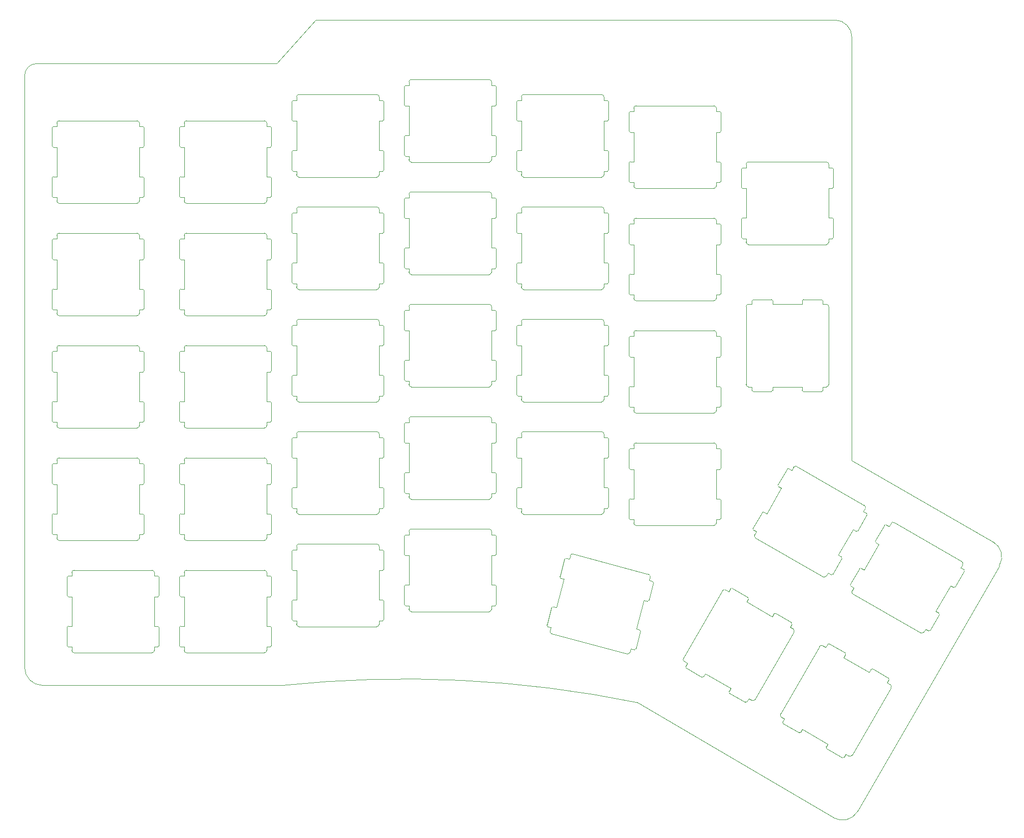
<source format=gm1>
G04 #@! TF.GenerationSoftware,KiCad,Pcbnew,(5.1.5)-3*
G04 #@! TF.CreationDate,2020-05-15T01:34:05+04:00*
G04 #@! TF.ProjectId,redox_rev2_ng-TOP,7265646f-785f-4726-9576-325f6e672d54,2.0 NG*
G04 #@! TF.SameCoordinates,Original*
G04 #@! TF.FileFunction,Profile,NP*
%FSLAX46Y46*%
G04 Gerber Fmt 4.6, Leading zero omitted, Abs format (unit mm)*
G04 Created by KiCad (PCBNEW (5.1.5)-3) date 2020-05-15 01:34:05*
%MOMM*%
%LPD*%
G04 APERTURE LIST*
%ADD10C,0.100000*%
G04 APERTURE END LIST*
D10*
X79000000Y-52000000D02*
G75*
G02X81000000Y-50000000I2000000J0D01*
G01*
X81000000Y-50000000D02*
X121700000Y-50000000D01*
X121700000Y-50000000D02*
X128300000Y-42600000D01*
X216300000Y-42600000D02*
X128300000Y-42600000D01*
X216300000Y-42600000D02*
G75*
G02X219210000Y-45584917I-5066J-2915879D01*
G01*
X219210000Y-45584917D02*
X219210000Y-117314917D01*
X219210000Y-117314917D02*
X243150000Y-131070000D01*
X243151923Y-131071775D02*
G75*
G02X244200000Y-135100000I-1451923J-2528225D01*
G01*
X220200000Y-176750000D02*
X244200000Y-135100000D01*
X220198073Y-176751923D02*
G75*
G02X216100000Y-177850000I-2598075J1499998D01*
G01*
X182950000Y-158350000D02*
X216100000Y-177850000D01*
X122659683Y-155417003D02*
G75*
G02X182950000Y-158350000I20692823J-195767554D01*
G01*
X82000000Y-155400000D02*
G75*
G02X79000000Y-152400000I0J3000000D01*
G01*
X82000000Y-155400000D02*
X122659683Y-155417004D01*
X79000000Y-52000000D02*
X79000000Y-152400000D01*
X190809234Y-151352177D02*
X191328849Y-151652177D01*
X191028845Y-152171792D02*
X191328849Y-151652177D01*
X209387179Y-146374232D02*
X202787177Y-157805766D01*
X208721151Y-145527823D02*
X209240766Y-145827823D01*
X197262819Y-139374230D02*
G75*
G02X197809232Y-139227821I346411J-200002D01*
G01*
X209240770Y-145827819D02*
G75*
G02X209387179Y-146374232I-200002J-346411D01*
G01*
X197262823Y-139374234D02*
X190662821Y-150805768D01*
X190809230Y-151352181D02*
G75*
G02X190662821Y-150805768I200002J346411D01*
G01*
X198328847Y-139527822D02*
X198628850Y-139008207D01*
X208721151Y-145527823D02*
X209021155Y-145008208D01*
X197809232Y-139227821D02*
X198328847Y-139527822D01*
X194059938Y-153921792D02*
X194359936Y-153402178D01*
X198390066Y-156421795D02*
X198690064Y-155902178D01*
X201721153Y-157652178D02*
X202240768Y-157952179D01*
X202787181Y-157805770D02*
G75*
G02X202240768Y-157952179I-346411J200002D01*
G01*
X201421150Y-158171793D02*
X201721153Y-157652178D01*
X191102052Y-152444999D02*
X193786732Y-153994999D01*
X201359936Y-141277822D02*
X205690064Y-143777822D01*
X208947948Y-144735001D02*
X206263268Y-143185001D01*
X198463269Y-156694995D02*
X201147947Y-158244997D01*
X201659934Y-140758205D02*
X201359936Y-141277822D01*
X205990062Y-143258209D02*
G75*
G02X206263268Y-143185001I173207J-99999D01*
G01*
X191102052Y-152444999D02*
G75*
G02X191028845Y-152171792I100000J173207D01*
G01*
X201586731Y-140485005D02*
X198902053Y-138935003D01*
X208947948Y-144735001D02*
G75*
G02X209021155Y-145008208I-100000J-173207D01*
G01*
X198628849Y-139008207D02*
G75*
G02X198902053Y-138935003I173204J-100000D01*
G01*
X194059938Y-153921791D02*
G75*
G02X193786732Y-153994999I-173207J99999D01*
G01*
X201586732Y-140485003D02*
G75*
G02X201659934Y-140758205I-100000J-173202D01*
G01*
X205990062Y-143258208D02*
X205690064Y-143777822D01*
X194359936Y-153402178D02*
X198690064Y-155902178D01*
X198463268Y-156694997D02*
G75*
G02X198390066Y-156421795I100000J173202D01*
G01*
X201421151Y-158171793D02*
G75*
G02X201147947Y-158244997I-173204J100000D01*
G01*
X207264239Y-160781927D02*
X207783853Y-161081926D01*
X207483856Y-161601545D02*
X207783853Y-161081926D01*
X225842186Y-155803984D02*
X219242184Y-167235519D01*
X225176161Y-154957572D02*
X225695773Y-155257573D01*
X213717829Y-148803978D02*
G75*
G02X214264243Y-148657574I346409J-200005D01*
G01*
X225695775Y-155257575D02*
G75*
G02X225842186Y-155803984I-199999J-346410D01*
G01*
X213717828Y-148803981D02*
X207117831Y-160235518D01*
X207264238Y-160781929D02*
G75*
G02X207117831Y-160235518I200002J346409D01*
G01*
X214783858Y-148957573D02*
X215083855Y-148437955D01*
X225176161Y-154957572D02*
X225476160Y-154437956D01*
X214264243Y-148657574D02*
X214783858Y-148957573D01*
X210514943Y-163351544D02*
X210814946Y-162831926D01*
X214845071Y-165851542D02*
X215145070Y-165331925D01*
X218176159Y-167081928D02*
X218695775Y-167381930D01*
X219242180Y-167235519D02*
G75*
G02X218695775Y-167381930I-346408J199997D01*
G01*
X217876159Y-167601544D02*
X218176159Y-167081928D01*
X207557059Y-161874750D02*
X210241739Y-163424747D01*
X217814945Y-150707570D02*
X222145073Y-153207568D01*
X225402957Y-154164753D02*
X222718275Y-152614751D01*
X214918277Y-166124748D02*
X217602954Y-167674749D01*
X218114944Y-150187955D02*
X217814945Y-150707570D01*
X222445072Y-152687960D02*
G75*
G02X222718275Y-152614751I173206J-99997D01*
G01*
X207557063Y-161874746D02*
G75*
G02X207483856Y-161601545I99997J173204D01*
G01*
X218041738Y-149914750D02*
X215357057Y-148364752D01*
X225402953Y-154164753D02*
G75*
G02X225476160Y-154437956I-99998J-173205D01*
G01*
X215083857Y-148437964D02*
G75*
G02X215357057Y-148364752I173206J-99994D01*
G01*
X210514942Y-163351538D02*
G75*
G02X210241739Y-163424747I-173206J99997D01*
G01*
X218041740Y-149914755D02*
G75*
G02X218114944Y-150187955I-99998J-173202D01*
G01*
X222445070Y-152687959D02*
X222145073Y-153207568D01*
X210814946Y-162831926D02*
X215145070Y-165331925D01*
X214918274Y-166124745D02*
G75*
G02X214845071Y-165851542I100000J173203D01*
G01*
X217876158Y-167601543D02*
G75*
G02X217602954Y-167674749I-173205J99999D01*
G01*
X231362178Y-146375767D02*
X231662178Y-145856151D01*
X232181793Y-146156153D02*
X231662178Y-145856151D01*
X226384233Y-127797822D02*
X237815767Y-134397822D01*
X225537822Y-128463849D02*
X225837822Y-127944233D01*
X219384230Y-139922179D02*
G75*
G02X219237822Y-139375767I200002J346410D01*
G01*
X225837821Y-127944230D02*
G75*
G02X226384233Y-127797822I346410J-200002D01*
G01*
X219384233Y-139922178D02*
X230815767Y-146522178D01*
X231362179Y-146375770D02*
G75*
G02X230815767Y-146522178I-346410J200002D01*
G01*
X219537822Y-138856152D02*
X219018207Y-138556152D01*
X225537822Y-128463849D02*
X225018207Y-128163847D01*
X219237822Y-139375767D02*
X219537822Y-138856152D01*
X233931793Y-143125063D02*
X233412178Y-142825064D01*
X236431793Y-138794936D02*
X235912178Y-138494936D01*
X237662178Y-135463848D02*
X237962178Y-134944233D01*
X237815770Y-134397821D02*
G75*
G02X237962178Y-134944233I-200002J-346410D01*
G01*
X238181793Y-135763848D02*
X237662178Y-135463848D01*
X232454998Y-146082948D02*
X234004998Y-143398268D01*
X221287822Y-135825064D02*
X223787822Y-131494936D01*
X224745002Y-128237052D02*
X223195002Y-130921732D01*
X236704997Y-138721731D02*
X238254998Y-136037052D01*
X220768207Y-135525064D02*
X221287822Y-135825064D01*
X223268208Y-131194936D02*
G75*
G02X223195002Y-130921732I99999J173205D01*
G01*
X232454998Y-146082946D02*
G75*
G02X232181793Y-146156153I-173206J99999D01*
G01*
X220495003Y-135598269D02*
X218945002Y-138282948D01*
X224745002Y-128237054D02*
G75*
G02X225018207Y-128163847I173206J-99999D01*
G01*
X219018209Y-138556153D02*
G75*
G02X218945002Y-138282948I99999J173206D01*
G01*
X233931792Y-143125064D02*
G75*
G02X234004998Y-143398268I-99999J-173205D01*
G01*
X220495002Y-135598267D02*
G75*
G02X220768207Y-135525064I173204J-100001D01*
G01*
X223268207Y-131194937D02*
X223787822Y-131494936D01*
X233412178Y-142825064D02*
X235912178Y-138494936D01*
X236704998Y-138721733D02*
G75*
G02X236431793Y-138794936I-173204J100001D01*
G01*
X238181791Y-135763847D02*
G75*
G02X238254998Y-136037052I-99999J-173206D01*
G01*
X214852178Y-136850767D02*
X215152178Y-136331151D01*
X215671793Y-136631153D02*
X215152178Y-136331151D01*
X209874233Y-118272822D02*
X221305767Y-124872822D01*
X209027822Y-118938849D02*
X209327822Y-118419233D01*
X202874230Y-130397179D02*
G75*
G02X202727822Y-129850767I200002J346410D01*
G01*
X209327821Y-118419230D02*
G75*
G02X209874233Y-118272822I346410J-200002D01*
G01*
X202874233Y-130397178D02*
X214305767Y-136997178D01*
X214852179Y-136850770D02*
G75*
G02X214305767Y-136997178I-346410J200002D01*
G01*
X203027822Y-129331152D02*
X202508207Y-129031152D01*
X209027822Y-118938849D02*
X208508207Y-118638847D01*
X202727822Y-129850767D02*
X203027822Y-129331152D01*
X217421793Y-133600063D02*
X216902178Y-133300064D01*
X219921793Y-129269936D02*
X219402178Y-128969936D01*
X221152178Y-125938848D02*
X221452178Y-125419233D01*
X221305770Y-124872821D02*
G75*
G02X221452178Y-125419233I-200002J-346410D01*
G01*
X221671793Y-126238848D02*
X221152178Y-125938848D01*
X215944998Y-136557948D02*
X217494998Y-133873268D01*
X204777822Y-126300064D02*
X207277822Y-121969936D01*
X208235002Y-118712052D02*
X206685002Y-121396732D01*
X220194997Y-129196731D02*
X221744998Y-126512052D01*
X204258207Y-126000064D02*
X204777822Y-126300064D01*
X206758208Y-121669936D02*
G75*
G02X206685002Y-121396732I99999J173205D01*
G01*
X215944998Y-136557946D02*
G75*
G02X215671793Y-136631153I-173206J99999D01*
G01*
X203985003Y-126073269D02*
X202435002Y-128757948D01*
X208235002Y-118712054D02*
G75*
G02X208508207Y-118638847I173206J-99999D01*
G01*
X202508209Y-129031153D02*
G75*
G02X202435002Y-128757948I99999J173206D01*
G01*
X217421792Y-133600064D02*
G75*
G02X217494998Y-133873268I-99999J-173205D01*
G01*
X203985002Y-126073267D02*
G75*
G02X204258207Y-126000064I173204J-100001D01*
G01*
X206758207Y-121669937D02*
X207277822Y-121969936D01*
X216902178Y-133300064D02*
X219402178Y-128969936D01*
X220194998Y-129196733D02*
G75*
G02X219921793Y-129269936I-173204J100001D01*
G01*
X221671791Y-126238847D02*
G75*
G02X221744998Y-126512052I-99999J-173206D01*
G01*
X201680000Y-104789999D02*
X202280000Y-104789999D01*
X202279998Y-105390001D02*
X202280000Y-104789999D01*
X215280000Y-91189999D02*
X215279999Y-104390000D01*
X214280000Y-90790001D02*
X214880000Y-90790001D01*
X201279999Y-91190000D02*
G75*
G02X201679999Y-90790000I400000J0D01*
G01*
X214880000Y-90789999D02*
G75*
G02X215280000Y-91189999I0J-400000D01*
G01*
X201280001Y-91190000D02*
X201280000Y-104390001D01*
X201680000Y-104790001D02*
G75*
G02X201280000Y-104390001I0J400000D01*
G01*
X202279999Y-90790000D02*
X202280001Y-90189999D01*
X214280000Y-90790001D02*
X214280002Y-90189999D01*
X201679999Y-90790000D02*
X202279999Y-90790000D01*
X205780000Y-105389999D02*
X205780000Y-104790000D01*
X210780002Y-105390001D02*
X210780000Y-104789999D01*
X214280001Y-104790000D02*
X214880001Y-104790000D01*
X215280001Y-104390000D02*
G75*
G02X214880001Y-104790000I-400000J0D01*
G01*
X214279999Y-105390001D02*
X214280001Y-104790000D01*
X202480000Y-105590001D02*
X205580001Y-105590001D01*
X205780000Y-90790001D02*
X210780000Y-90790000D01*
X214080000Y-89989999D02*
X210979999Y-89989999D01*
X210980000Y-105589998D02*
X214079999Y-105590000D01*
X205779998Y-90189999D02*
X205780000Y-90790001D01*
X210779998Y-90190002D02*
G75*
G02X210979999Y-89989999I200002J1D01*
G01*
X202480000Y-105590001D02*
G75*
G02X202279998Y-105390001I-1J200001D01*
G01*
X205580000Y-89990002D02*
X202480001Y-89990000D01*
X214080000Y-89989999D02*
G75*
G02X214280002Y-90189999I1J-200001D01*
G01*
X202280001Y-90189998D02*
G75*
G02X202480001Y-89990000I199999J-1D01*
G01*
X205780002Y-105389998D02*
G75*
G02X205580001Y-105590001I-200002J-1D01*
G01*
X205580000Y-89990001D02*
G75*
G02X205779998Y-90189999I0J-199998D01*
G01*
X210780000Y-90190001D02*
X210780000Y-90790000D01*
X205780000Y-104790000D02*
X210780000Y-104789999D01*
X210980000Y-105589999D02*
G75*
G02X210780002Y-105390001I0J199998D01*
G01*
X214279999Y-105390002D02*
G75*
G02X214079999Y-105590000I-199999J1D01*
G01*
X181583275Y-149791843D02*
X181738566Y-149212287D01*
X182318122Y-149367580D02*
X181738566Y-149212287D01*
X171966623Y-133135314D02*
X184716843Y-136551725D01*
X171321434Y-133997713D02*
X171476725Y-133418157D01*
X168343156Y-146658275D02*
G75*
G02X168060314Y-146168377I103528J386370D01*
G01*
X171476725Y-133418156D02*
G75*
G02X171966623Y-133135314I386370J-103528D01*
G01*
X168343157Y-146658275D02*
X181093377Y-150074686D01*
X181583275Y-149791844D02*
G75*
G02X181093377Y-150074686I-386370J103528D01*
G01*
X168215605Y-145588821D02*
X167636049Y-145433531D01*
X171321434Y-133997713D02*
X170741878Y-133842420D01*
X168060314Y-146168377D02*
X168215605Y-145588821D01*
X183223988Y-145986839D02*
X182644433Y-145831548D01*
X184518084Y-141157210D02*
X183938529Y-141001918D01*
X184844395Y-137621179D02*
X184999686Y-137041623D01*
X184716844Y-136551725D02*
G75*
G02X184999686Y-137041623I-103528J-386370D01*
G01*
X185423951Y-137776469D02*
X184844395Y-137621179D01*
X182563071Y-149226159D02*
X183365410Y-146231788D01*
X169121471Y-142208082D02*
X170415567Y-137378452D01*
X170496929Y-133983841D02*
X169694590Y-136978212D01*
X184763032Y-141015789D02*
X185565372Y-138021419D01*
X168541916Y-142052790D02*
X169121471Y-142208082D01*
X169836011Y-137223161D02*
G75*
G02X169694590Y-136978212I51764J193185D01*
G01*
X182563071Y-149226157D02*
G75*
G02X182318122Y-149367580I-193186J51763D01*
G01*
X168296968Y-142194211D02*
X167494628Y-145188581D01*
X170496929Y-133983843D02*
G75*
G02X170741878Y-133842420I193186J-51763D01*
G01*
X167636050Y-145433531D02*
G75*
G02X167494628Y-145188581I51764J193186D01*
G01*
X183223989Y-145986839D02*
G75*
G02X183365410Y-146231788I-51764J-193185D01*
G01*
X168296967Y-142194211D02*
G75*
G02X168541916Y-142052790I193185J-51764D01*
G01*
X169836012Y-137223161D02*
X170415567Y-137378452D01*
X182644433Y-145831548D02*
X183938529Y-141001918D01*
X184763033Y-141015789D02*
G75*
G02X184518084Y-141157210I-193185J51764D01*
G01*
X185423950Y-137776469D02*
G75*
G02X185565372Y-138021419I-51764J-193186D01*
G01*
X201280000Y-76160000D02*
X201280000Y-71160000D01*
X215880000Y-67660000D02*
X215280000Y-67660000D01*
X200680000Y-76160000D02*
X201280000Y-76160000D01*
X201680000Y-80660000D02*
X214880000Y-80660000D01*
X215280000Y-67660000D02*
X215280000Y-67060000D01*
X201280000Y-79660000D02*
X200680000Y-79660000D01*
X216080000Y-70960000D02*
G75*
G02X215880000Y-71160000I-200000J0D01*
G01*
X200480000Y-76360000D02*
X200480000Y-79460000D01*
X215280000Y-80260000D02*
X215280000Y-79660000D01*
X216080000Y-79460000D02*
X216080000Y-76360000D01*
X215880000Y-71160000D02*
X215280000Y-71160000D01*
X201280000Y-67060000D02*
G75*
G02X201680000Y-66660000I400000J0D01*
G01*
X200680000Y-71160000D02*
G75*
G02X200480000Y-70960000I0J200000D01*
G01*
X215280000Y-80260000D02*
G75*
G02X214880000Y-80660000I-400000J0D01*
G01*
X201280000Y-67660000D02*
X200680000Y-67660000D01*
X215880000Y-67660000D02*
G75*
G02X216080000Y-67860000I0J-200000D01*
G01*
X215280000Y-76160000D02*
X215280000Y-71160000D01*
X201680000Y-80660000D02*
G75*
G02X201280000Y-80260000I0J400000D01*
G01*
X215880000Y-76160000D02*
G75*
G02X216080000Y-76360000I0J-200000D01*
G01*
X200680000Y-79660000D02*
G75*
G02X200480000Y-79460000I0J200000D01*
G01*
X201280000Y-80260000D02*
X201280000Y-79660000D01*
X200480000Y-67860000D02*
X200480000Y-70960000D01*
X200480000Y-67860000D02*
G75*
G02X200680000Y-67660000I200000J0D01*
G01*
X216080000Y-79460000D02*
G75*
G02X215880000Y-79660000I-200000J0D01*
G01*
X216080000Y-70960000D02*
X216080000Y-67860000D01*
X215880000Y-76160000D02*
X215280000Y-76160000D01*
X201680000Y-66660000D02*
X214880000Y-66660000D01*
X214880000Y-66660000D02*
G75*
G02X215280000Y-67060000I0J-400000D01*
G01*
X215880000Y-79660000D02*
X215280000Y-79660000D01*
X201280000Y-67660000D02*
X201280000Y-67060000D01*
X200680000Y-71160000D02*
X201280000Y-71160000D01*
X200480000Y-76360000D02*
G75*
G02X200680000Y-76160000I200000J0D01*
G01*
X181630000Y-118785000D02*
X182230000Y-118785000D01*
X181430000Y-115485000D02*
G75*
G02X181630000Y-115285000I200000J0D01*
G01*
X197030000Y-127085000D02*
G75*
G02X196830000Y-127285000I-200000J0D01*
G01*
X181430000Y-115485000D02*
X181430000Y-118585000D01*
X196230000Y-127885000D02*
X196230000Y-127285000D01*
X181430000Y-123985000D02*
G75*
G02X181630000Y-123785000I200000J0D01*
G01*
X182630000Y-128285000D02*
G75*
G02X182230000Y-127885000I0J400000D01*
G01*
X197030000Y-127085000D02*
X197030000Y-123985000D01*
X182230000Y-127285000D02*
X181630000Y-127285000D01*
X196830000Y-127285000D02*
X196230000Y-127285000D01*
X197030000Y-118585000D02*
G75*
G02X196830000Y-118785000I-200000J0D01*
G01*
X182230000Y-123785000D02*
X182230000Y-118785000D01*
X196230000Y-115285000D02*
X196230000Y-114685000D01*
X196830000Y-118785000D02*
X196230000Y-118785000D01*
X182230000Y-114685000D02*
G75*
G02X182630000Y-114285000I400000J0D01*
G01*
X182230000Y-115285000D02*
X181630000Y-115285000D01*
X196230000Y-127885000D02*
G75*
G02X195830000Y-128285000I-400000J0D01*
G01*
X181630000Y-123785000D02*
X182230000Y-123785000D01*
X196830000Y-123785000D02*
X196230000Y-123785000D01*
X182230000Y-115285000D02*
X182230000Y-114685000D01*
X196830000Y-123785000D02*
G75*
G02X197030000Y-123985000I0J-200000D01*
G01*
X182630000Y-128285000D02*
X195830000Y-128285000D01*
X196230000Y-123785000D02*
X196230000Y-118785000D01*
X182630000Y-114285000D02*
X195830000Y-114285000D01*
X181630000Y-127285000D02*
G75*
G02X181430000Y-127085000I0J200000D01*
G01*
X197030000Y-118585000D02*
X197030000Y-115485000D01*
X195830000Y-114285000D02*
G75*
G02X196230000Y-114685000I0J-400000D01*
G01*
X181630000Y-118785000D02*
G75*
G02X181430000Y-118585000I0J200000D01*
G01*
X181430000Y-123985000D02*
X181430000Y-127085000D01*
X196830000Y-115285000D02*
X196230000Y-115285000D01*
X182230000Y-127885000D02*
X182230000Y-127285000D01*
X196830000Y-115285000D02*
G75*
G02X197030000Y-115485000I0J-200000D01*
G01*
X182630000Y-109235000D02*
G75*
G02X182230000Y-108835000I0J400000D01*
G01*
X182630000Y-95235000D02*
X195830000Y-95235000D01*
X181430000Y-96435000D02*
X181430000Y-99535000D01*
X196830000Y-108235000D02*
X196230000Y-108235000D01*
X181630000Y-108235000D02*
G75*
G02X181430000Y-108035000I0J200000D01*
G01*
X196230000Y-104735000D02*
X196230000Y-99735000D01*
X181430000Y-96435000D02*
G75*
G02X181630000Y-96235000I200000J0D01*
G01*
X197030000Y-99535000D02*
X197030000Y-96435000D01*
X195830000Y-95235000D02*
G75*
G02X196230000Y-95635000I0J-400000D01*
G01*
X181630000Y-99735000D02*
G75*
G02X181430000Y-99535000I0J200000D01*
G01*
X182230000Y-108235000D02*
X181630000Y-108235000D01*
X197030000Y-99535000D02*
G75*
G02X196830000Y-99735000I-200000J0D01*
G01*
X182230000Y-104735000D02*
X182230000Y-99735000D01*
X197030000Y-108035000D02*
X197030000Y-104935000D01*
X182230000Y-108835000D02*
X182230000Y-108235000D01*
X196230000Y-96235000D02*
X196230000Y-95635000D01*
X182630000Y-109235000D02*
X195830000Y-109235000D01*
X196830000Y-104735000D02*
X196230000Y-104735000D01*
X182230000Y-96235000D02*
X182230000Y-95635000D01*
X196230000Y-108835000D02*
X196230000Y-108235000D01*
X182230000Y-95635000D02*
G75*
G02X182630000Y-95235000I400000J0D01*
G01*
X181630000Y-99735000D02*
X182230000Y-99735000D01*
X181430000Y-104935000D02*
X181430000Y-108035000D01*
X196830000Y-96235000D02*
X196230000Y-96235000D01*
X196830000Y-104735000D02*
G75*
G02X197030000Y-104935000I0J-200000D01*
G01*
X196830000Y-99735000D02*
X196230000Y-99735000D01*
X182230000Y-96235000D02*
X181630000Y-96235000D01*
X196230000Y-108835000D02*
G75*
G02X195830000Y-109235000I-400000J0D01*
G01*
X181630000Y-104735000D02*
X182230000Y-104735000D01*
X197030000Y-108035000D02*
G75*
G02X196830000Y-108235000I-200000J0D01*
G01*
X181430000Y-104935000D02*
G75*
G02X181630000Y-104735000I200000J0D01*
G01*
X196830000Y-96235000D02*
G75*
G02X197030000Y-96435000I0J-200000D01*
G01*
X182630000Y-90185000D02*
G75*
G02X182230000Y-89785000I0J400000D01*
G01*
X181430000Y-77385000D02*
X181430000Y-80485000D01*
X196230000Y-77185000D02*
X196230000Y-76585000D01*
X196830000Y-89185000D02*
X196230000Y-89185000D01*
X182230000Y-76585000D02*
G75*
G02X182630000Y-76185000I400000J0D01*
G01*
X181630000Y-80685000D02*
X182230000Y-80685000D01*
X181430000Y-85885000D02*
X181430000Y-88985000D01*
X197030000Y-80485000D02*
G75*
G02X196830000Y-80685000I-200000J0D01*
G01*
X181630000Y-89185000D02*
G75*
G02X181430000Y-88985000I0J200000D01*
G01*
X196830000Y-80685000D02*
X196230000Y-80685000D01*
X196230000Y-85685000D02*
X196230000Y-80685000D01*
X181430000Y-77385000D02*
G75*
G02X181630000Y-77185000I200000J0D01*
G01*
X197030000Y-80485000D02*
X197030000Y-77385000D01*
X182630000Y-76185000D02*
X195830000Y-76185000D01*
X182230000Y-85685000D02*
X182230000Y-80685000D01*
X182230000Y-77185000D02*
X181630000Y-77185000D01*
X197030000Y-88985000D02*
G75*
G02X196830000Y-89185000I-200000J0D01*
G01*
X182230000Y-77185000D02*
X182230000Y-76585000D01*
X181430000Y-85885000D02*
G75*
G02X181630000Y-85685000I200000J0D01*
G01*
X181630000Y-80685000D02*
G75*
G02X181430000Y-80485000I0J200000D01*
G01*
X182630000Y-90185000D02*
X195830000Y-90185000D01*
X195830000Y-76185000D02*
G75*
G02X196230000Y-76585000I0J-400000D01*
G01*
X196830000Y-77185000D02*
X196230000Y-77185000D01*
X196230000Y-89785000D02*
G75*
G02X195830000Y-90185000I-400000J0D01*
G01*
X196830000Y-85685000D02*
G75*
G02X197030000Y-85885000I0J-200000D01*
G01*
X196830000Y-77185000D02*
G75*
G02X197030000Y-77385000I0J-200000D01*
G01*
X197030000Y-88985000D02*
X197030000Y-85885000D01*
X182230000Y-89785000D02*
X182230000Y-89185000D01*
X196230000Y-89785000D02*
X196230000Y-89185000D01*
X196830000Y-85685000D02*
X196230000Y-85685000D01*
X182230000Y-89185000D02*
X181630000Y-89185000D01*
X181630000Y-85685000D02*
X182230000Y-85685000D01*
X182230000Y-58135000D02*
X182230000Y-57535000D01*
X181430000Y-66835000D02*
X181430000Y-69935000D01*
X182630000Y-71135000D02*
G75*
G02X182230000Y-70735000I0J400000D01*
G01*
X182230000Y-57535000D02*
G75*
G02X182630000Y-57135000I400000J0D01*
G01*
X181630000Y-61635000D02*
G75*
G02X181430000Y-61435000I0J200000D01*
G01*
X196830000Y-61635000D02*
X196230000Y-61635000D01*
X182230000Y-58135000D02*
X181630000Y-58135000D01*
X182630000Y-57135000D02*
X195830000Y-57135000D01*
X197030000Y-61435000D02*
X197030000Y-58335000D01*
X181430000Y-58335000D02*
G75*
G02X181630000Y-58135000I200000J0D01*
G01*
X181430000Y-66835000D02*
G75*
G02X181630000Y-66635000I200000J0D01*
G01*
X181430000Y-58335000D02*
X181430000Y-61435000D01*
X181630000Y-70135000D02*
G75*
G02X181430000Y-69935000I0J200000D01*
G01*
X195830000Y-57135000D02*
G75*
G02X196230000Y-57535000I0J-400000D01*
G01*
X182630000Y-71135000D02*
X195830000Y-71135000D01*
X196230000Y-66635000D02*
X196230000Y-61635000D01*
X196230000Y-70735000D02*
G75*
G02X195830000Y-71135000I-400000J0D01*
G01*
X182230000Y-66635000D02*
X182230000Y-61635000D01*
X181630000Y-61635000D02*
X182230000Y-61635000D01*
X196230000Y-58135000D02*
X196230000Y-57535000D01*
X197030000Y-69935000D02*
G75*
G02X196830000Y-70135000I-200000J0D01*
G01*
X197030000Y-61435000D02*
G75*
G02X196830000Y-61635000I-200000J0D01*
G01*
X196830000Y-58135000D02*
X196230000Y-58135000D01*
X196830000Y-70135000D02*
X196230000Y-70135000D01*
X196830000Y-66635000D02*
G75*
G02X197030000Y-66835000I0J-200000D01*
G01*
X182230000Y-70735000D02*
X182230000Y-70135000D01*
X196230000Y-70735000D02*
X196230000Y-70135000D01*
X196830000Y-66635000D02*
X196230000Y-66635000D01*
X196830000Y-58135000D02*
G75*
G02X197030000Y-58335000I0J-200000D01*
G01*
X182230000Y-70135000D02*
X181630000Y-70135000D01*
X181630000Y-66635000D02*
X182230000Y-66635000D01*
X197030000Y-69935000D02*
X197030000Y-66835000D01*
X163180000Y-125980000D02*
X163180000Y-125380000D01*
X177180000Y-125980000D02*
X177180000Y-125380000D01*
X162580000Y-125380000D02*
G75*
G02X162380000Y-125180000I0J200000D01*
G01*
X177780000Y-125380000D02*
X177180000Y-125380000D01*
X177980000Y-116680000D02*
G75*
G02X177780000Y-116880000I-200000J0D01*
G01*
X177180000Y-113380000D02*
X177180000Y-112780000D01*
X163580000Y-126380000D02*
X176780000Y-126380000D01*
X176780000Y-112380000D02*
G75*
G02X177180000Y-112780000I0J-400000D01*
G01*
X177780000Y-116880000D02*
X177180000Y-116880000D01*
X177780000Y-113380000D02*
X177180000Y-113380000D01*
X177180000Y-121880000D02*
X177180000Y-116880000D01*
X177780000Y-113380000D02*
G75*
G02X177980000Y-113580000I0J-200000D01*
G01*
X162380000Y-113580000D02*
G75*
G02X162580000Y-113380000I200000J0D01*
G01*
X177980000Y-125180000D02*
G75*
G02X177780000Y-125380000I-200000J0D01*
G01*
X163580000Y-112380000D02*
X176780000Y-112380000D01*
X163180000Y-121880000D02*
X163180000Y-116880000D01*
X177780000Y-121880000D02*
G75*
G02X177980000Y-122080000I0J-200000D01*
G01*
X163180000Y-125380000D02*
X162580000Y-125380000D01*
X162380000Y-113580000D02*
X162380000Y-116680000D01*
X162580000Y-116880000D02*
G75*
G02X162380000Y-116680000I0J200000D01*
G01*
X163180000Y-112780000D02*
G75*
G02X163580000Y-112380000I400000J0D01*
G01*
X162580000Y-121880000D02*
X163180000Y-121880000D01*
X162580000Y-116880000D02*
X163180000Y-116880000D01*
X177980000Y-116680000D02*
X177980000Y-113580000D01*
X162380000Y-122080000D02*
G75*
G02X162580000Y-121880000I200000J0D01*
G01*
X177980000Y-125180000D02*
X177980000Y-122080000D01*
X163180000Y-113380000D02*
X162580000Y-113380000D01*
X162380000Y-122080000D02*
X162380000Y-125180000D01*
X177180000Y-125980000D02*
G75*
G02X176780000Y-126380000I-400000J0D01*
G01*
X163180000Y-113380000D02*
X163180000Y-112780000D01*
X163580000Y-126380000D02*
G75*
G02X163180000Y-125980000I0J400000D01*
G01*
X177780000Y-121880000D02*
X177180000Y-121880000D01*
X177780000Y-106330000D02*
X177180000Y-106330000D01*
X177980000Y-97630000D02*
G75*
G02X177780000Y-97830000I-200000J0D01*
G01*
X177180000Y-94330000D02*
X177180000Y-93730000D01*
X177780000Y-97830000D02*
X177180000Y-97830000D01*
X177780000Y-94330000D02*
X177180000Y-94330000D01*
X177980000Y-106130000D02*
G75*
G02X177780000Y-106330000I-200000J0D01*
G01*
X177980000Y-106130000D02*
X177980000Y-103030000D01*
X162580000Y-102830000D02*
X163180000Y-102830000D01*
X163580000Y-107330000D02*
X176780000Y-107330000D01*
X163180000Y-94330000D02*
X162580000Y-94330000D01*
X162380000Y-94530000D02*
G75*
G02X162580000Y-94330000I200000J0D01*
G01*
X162380000Y-103030000D02*
X162380000Y-106130000D01*
X162580000Y-97830000D02*
X163180000Y-97830000D01*
X163180000Y-93730000D02*
G75*
G02X163580000Y-93330000I400000J0D01*
G01*
X163180000Y-94330000D02*
X163180000Y-93730000D01*
X162380000Y-94530000D02*
X162380000Y-97630000D01*
X163580000Y-93330000D02*
X176780000Y-93330000D01*
X177980000Y-97630000D02*
X177980000Y-94530000D01*
X177180000Y-106930000D02*
G75*
G02X176780000Y-107330000I-400000J0D01*
G01*
X162380000Y-103030000D02*
G75*
G02X162580000Y-102830000I200000J0D01*
G01*
X163180000Y-106930000D02*
X163180000Y-106330000D01*
X163180000Y-102830000D02*
X163180000Y-97830000D01*
X163180000Y-106330000D02*
X162580000Y-106330000D01*
X163580000Y-107330000D02*
G75*
G02X163180000Y-106930000I0J400000D01*
G01*
X177780000Y-102830000D02*
G75*
G02X177980000Y-103030000I0J-200000D01*
G01*
X162580000Y-97830000D02*
G75*
G02X162380000Y-97630000I0J200000D01*
G01*
X177180000Y-106930000D02*
X177180000Y-106330000D01*
X177780000Y-102830000D02*
X177180000Y-102830000D01*
X176780000Y-93330000D02*
G75*
G02X177180000Y-93730000I0J-400000D01*
G01*
X177180000Y-102830000D02*
X177180000Y-97830000D01*
X177780000Y-94330000D02*
G75*
G02X177980000Y-94530000I0J-200000D01*
G01*
X162580000Y-106330000D02*
G75*
G02X162380000Y-106130000I0J200000D01*
G01*
X162380000Y-75480000D02*
G75*
G02X162580000Y-75280000I200000J0D01*
G01*
X162580000Y-78780000D02*
G75*
G02X162380000Y-78580000I0J200000D01*
G01*
X162380000Y-83980000D02*
X162380000Y-87080000D01*
X163580000Y-88280000D02*
G75*
G02X163180000Y-87880000I0J400000D01*
G01*
X163580000Y-88280000D02*
X176780000Y-88280000D01*
X177180000Y-83780000D02*
X177180000Y-78780000D01*
X163180000Y-75280000D02*
X162580000Y-75280000D01*
X162380000Y-75480000D02*
X162380000Y-78580000D01*
X163180000Y-83780000D02*
X163180000Y-78780000D01*
X163180000Y-74680000D02*
G75*
G02X163580000Y-74280000I400000J0D01*
G01*
X163580000Y-74280000D02*
X176780000Y-74280000D01*
X177980000Y-78580000D02*
X177980000Y-75480000D01*
X162580000Y-78780000D02*
X163180000Y-78780000D01*
X177180000Y-87880000D02*
G75*
G02X176780000Y-88280000I-400000J0D01*
G01*
X177180000Y-87880000D02*
X177180000Y-87280000D01*
X163180000Y-75280000D02*
X163180000Y-74680000D01*
X162380000Y-83980000D02*
G75*
G02X162580000Y-83780000I200000J0D01*
G01*
X162580000Y-87280000D02*
G75*
G02X162380000Y-87080000I0J200000D01*
G01*
X177780000Y-83780000D02*
G75*
G02X177980000Y-83980000I0J-200000D01*
G01*
X176780000Y-74280000D02*
G75*
G02X177180000Y-74680000I0J-400000D01*
G01*
X177780000Y-83780000D02*
X177180000Y-83780000D01*
X177780000Y-75280000D02*
G75*
G02X177980000Y-75480000I0J-200000D01*
G01*
X163180000Y-87280000D02*
X162580000Y-87280000D01*
X163180000Y-87880000D02*
X163180000Y-87280000D01*
X177780000Y-87280000D02*
X177180000Y-87280000D01*
X177980000Y-78580000D02*
G75*
G02X177780000Y-78780000I-200000J0D01*
G01*
X177180000Y-75280000D02*
X177180000Y-74680000D01*
X177780000Y-78780000D02*
X177180000Y-78780000D01*
X177780000Y-75280000D02*
X177180000Y-75280000D01*
X177980000Y-87080000D02*
G75*
G02X177780000Y-87280000I-200000J0D01*
G01*
X177980000Y-87080000D02*
X177980000Y-83980000D01*
X162580000Y-83780000D02*
X163180000Y-83780000D01*
X162380000Y-56430000D02*
G75*
G02X162580000Y-56230000I200000J0D01*
G01*
X162580000Y-59730000D02*
G75*
G02X162380000Y-59530000I0J200000D01*
G01*
X162380000Y-64930000D02*
X162380000Y-68030000D01*
X163580000Y-69230000D02*
G75*
G02X163180000Y-68830000I0J400000D01*
G01*
X163580000Y-69230000D02*
X176780000Y-69230000D01*
X177180000Y-64730000D02*
X177180000Y-59730000D01*
X163180000Y-56230000D02*
X162580000Y-56230000D01*
X162380000Y-56430000D02*
X162380000Y-59530000D01*
X163180000Y-64730000D02*
X163180000Y-59730000D01*
X163180000Y-55630000D02*
G75*
G02X163580000Y-55230000I400000J0D01*
G01*
X163580000Y-55230000D02*
X176780000Y-55230000D01*
X177980000Y-59530000D02*
X177980000Y-56430000D01*
X162580000Y-59730000D02*
X163180000Y-59730000D01*
X177180000Y-68830000D02*
G75*
G02X176780000Y-69230000I-400000J0D01*
G01*
X177180000Y-68830000D02*
X177180000Y-68230000D01*
X163180000Y-56230000D02*
X163180000Y-55630000D01*
X162380000Y-64930000D02*
G75*
G02X162580000Y-64730000I200000J0D01*
G01*
X162580000Y-68230000D02*
G75*
G02X162380000Y-68030000I0J200000D01*
G01*
X177780000Y-64730000D02*
G75*
G02X177980000Y-64930000I0J-200000D01*
G01*
X176780000Y-55230000D02*
G75*
G02X177180000Y-55630000I0J-400000D01*
G01*
X177780000Y-64730000D02*
X177180000Y-64730000D01*
X177780000Y-56230000D02*
G75*
G02X177980000Y-56430000I0J-200000D01*
G01*
X163180000Y-68230000D02*
X162580000Y-68230000D01*
X163180000Y-68830000D02*
X163180000Y-68230000D01*
X177780000Y-68230000D02*
X177180000Y-68230000D01*
X177980000Y-59530000D02*
G75*
G02X177780000Y-59730000I-200000J0D01*
G01*
X177180000Y-56230000D02*
X177180000Y-55630000D01*
X177780000Y-59730000D02*
X177180000Y-59730000D01*
X177780000Y-56230000D02*
X177180000Y-56230000D01*
X177980000Y-68030000D02*
G75*
G02X177780000Y-68230000I-200000J0D01*
G01*
X177980000Y-68030000D02*
X177980000Y-64930000D01*
X162580000Y-64730000D02*
X163180000Y-64730000D01*
X144530000Y-142890000D02*
X157730000Y-142890000D01*
X158130000Y-138390000D02*
X158130000Y-133390000D01*
X143330000Y-138590000D02*
X143330000Y-141690000D01*
X143530000Y-133390000D02*
G75*
G02X143330000Y-133190000I0J200000D01*
G01*
X143330000Y-130090000D02*
G75*
G02X143530000Y-129890000I200000J0D01*
G01*
X144130000Y-129890000D02*
X143530000Y-129890000D01*
X144530000Y-142890000D02*
G75*
G02X144130000Y-142490000I0J400000D01*
G01*
X143530000Y-138390000D02*
X144130000Y-138390000D01*
X158930000Y-141690000D02*
G75*
G02X158730000Y-141890000I-200000J0D01*
G01*
X143330000Y-130090000D02*
X143330000Y-133190000D01*
X144130000Y-138390000D02*
X144130000Y-133390000D01*
X144130000Y-129290000D02*
G75*
G02X144530000Y-128890000I400000J0D01*
G01*
X144530000Y-128890000D02*
X157730000Y-128890000D01*
X158930000Y-133190000D02*
X158930000Y-130090000D01*
X143530000Y-133390000D02*
X144130000Y-133390000D01*
X158130000Y-142490000D02*
X158130000Y-141890000D01*
X144130000Y-129890000D02*
X144130000Y-129290000D01*
X143330000Y-138590000D02*
G75*
G02X143530000Y-138390000I200000J0D01*
G01*
X158730000Y-138390000D02*
G75*
G02X158930000Y-138590000I0J-200000D01*
G01*
X158930000Y-141690000D02*
X158930000Y-138590000D01*
X158730000Y-138390000D02*
X158130000Y-138390000D01*
X158730000Y-129890000D02*
G75*
G02X158930000Y-130090000I0J-200000D01*
G01*
X158130000Y-142490000D02*
G75*
G02X157730000Y-142890000I-400000J0D01*
G01*
X157730000Y-128890000D02*
G75*
G02X158130000Y-129290000I0J-400000D01*
G01*
X144130000Y-141890000D02*
X143530000Y-141890000D01*
X144130000Y-142490000D02*
X144130000Y-141890000D01*
X158730000Y-141890000D02*
X158130000Y-141890000D01*
X143530000Y-141890000D02*
G75*
G02X143330000Y-141690000I0J200000D01*
G01*
X158930000Y-133190000D02*
G75*
G02X158730000Y-133390000I-200000J0D01*
G01*
X158130000Y-129890000D02*
X158130000Y-129290000D01*
X158730000Y-133390000D02*
X158130000Y-133390000D01*
X158730000Y-129890000D02*
X158130000Y-129890000D01*
X144530000Y-123840000D02*
X157730000Y-123840000D01*
X158130000Y-119340000D02*
X158130000Y-114340000D01*
X143330000Y-119540000D02*
X143330000Y-122640000D01*
X143530000Y-114340000D02*
G75*
G02X143330000Y-114140000I0J200000D01*
G01*
X143330000Y-111040000D02*
G75*
G02X143530000Y-110840000I200000J0D01*
G01*
X144130000Y-110840000D02*
X143530000Y-110840000D01*
X144530000Y-123840000D02*
G75*
G02X144130000Y-123440000I0J400000D01*
G01*
X143530000Y-119340000D02*
X144130000Y-119340000D01*
X158930000Y-122640000D02*
G75*
G02X158730000Y-122840000I-200000J0D01*
G01*
X143330000Y-111040000D02*
X143330000Y-114140000D01*
X144130000Y-119340000D02*
X144130000Y-114340000D01*
X144130000Y-110240000D02*
G75*
G02X144530000Y-109840000I400000J0D01*
G01*
X144530000Y-109840000D02*
X157730000Y-109840000D01*
X158930000Y-114140000D02*
X158930000Y-111040000D01*
X143530000Y-114340000D02*
X144130000Y-114340000D01*
X158130000Y-123440000D02*
X158130000Y-122840000D01*
X144130000Y-110840000D02*
X144130000Y-110240000D01*
X143330000Y-119540000D02*
G75*
G02X143530000Y-119340000I200000J0D01*
G01*
X158730000Y-119340000D02*
G75*
G02X158930000Y-119540000I0J-200000D01*
G01*
X158930000Y-122640000D02*
X158930000Y-119540000D01*
X158730000Y-119340000D02*
X158130000Y-119340000D01*
X158730000Y-110840000D02*
G75*
G02X158930000Y-111040000I0J-200000D01*
G01*
X158130000Y-123440000D02*
G75*
G02X157730000Y-123840000I-400000J0D01*
G01*
X157730000Y-109840000D02*
G75*
G02X158130000Y-110240000I0J-400000D01*
G01*
X144130000Y-122840000D02*
X143530000Y-122840000D01*
X144130000Y-123440000D02*
X144130000Y-122840000D01*
X158730000Y-122840000D02*
X158130000Y-122840000D01*
X143530000Y-122840000D02*
G75*
G02X143330000Y-122640000I0J200000D01*
G01*
X158930000Y-114140000D02*
G75*
G02X158730000Y-114340000I-200000J0D01*
G01*
X158130000Y-110840000D02*
X158130000Y-110240000D01*
X158730000Y-114340000D02*
X158130000Y-114340000D01*
X158730000Y-110840000D02*
X158130000Y-110840000D01*
X144530000Y-104790000D02*
X157730000Y-104790000D01*
X158130000Y-100290000D02*
X158130000Y-95290000D01*
X143530000Y-95290000D02*
G75*
G02X143330000Y-95090000I0J200000D01*
G01*
X143330000Y-91990000D02*
G75*
G02X143530000Y-91790000I200000J0D01*
G01*
X143530000Y-100290000D02*
X144130000Y-100290000D01*
X158930000Y-103590000D02*
G75*
G02X158730000Y-103790000I-200000J0D01*
G01*
X143330000Y-100490000D02*
X143330000Y-103590000D01*
X143330000Y-91990000D02*
X143330000Y-95090000D01*
X143330000Y-100490000D02*
G75*
G02X143530000Y-100290000I200000J0D01*
G01*
X158730000Y-100290000D02*
G75*
G02X158930000Y-100490000I0J-200000D01*
G01*
X158930000Y-103590000D02*
X158930000Y-100490000D01*
X144130000Y-91790000D02*
X144130000Y-91190000D01*
X158130000Y-104390000D02*
G75*
G02X157730000Y-104790000I-400000J0D01*
G01*
X157730000Y-90790000D02*
G75*
G02X158130000Y-91190000I0J-400000D01*
G01*
X144130000Y-91190000D02*
G75*
G02X144530000Y-90790000I400000J0D01*
G01*
X144130000Y-103790000D02*
X143530000Y-103790000D01*
X144530000Y-104790000D02*
G75*
G02X144130000Y-104390000I0J400000D01*
G01*
X144530000Y-90790000D02*
X157730000Y-90790000D01*
X158930000Y-95090000D02*
X158930000Y-91990000D01*
X144130000Y-91790000D02*
X143530000Y-91790000D01*
X143530000Y-95290000D02*
X144130000Y-95290000D01*
X158730000Y-103790000D02*
X158130000Y-103790000D01*
X144130000Y-100290000D02*
X144130000Y-95290000D01*
X158130000Y-104390000D02*
X158130000Y-103790000D01*
X143530000Y-103790000D02*
G75*
G02X143330000Y-103590000I0J200000D01*
G01*
X158730000Y-100290000D02*
X158130000Y-100290000D01*
X158730000Y-91790000D02*
G75*
G02X158930000Y-91990000I0J-200000D01*
G01*
X158930000Y-95090000D02*
G75*
G02X158730000Y-95290000I-200000J0D01*
G01*
X158130000Y-91790000D02*
X158130000Y-91190000D01*
X158730000Y-95290000D02*
X158130000Y-95290000D01*
X158730000Y-91790000D02*
X158130000Y-91790000D01*
X144130000Y-104390000D02*
X144130000Y-103790000D01*
X157730000Y-71740000D02*
G75*
G02X158130000Y-72140000I0J-400000D01*
G01*
X158130000Y-85340000D02*
G75*
G02X157730000Y-85740000I-400000J0D01*
G01*
X144130000Y-72740000D02*
X143530000Y-72740000D01*
X144130000Y-81240000D02*
X144130000Y-76240000D01*
X144130000Y-72140000D02*
G75*
G02X144530000Y-71740000I400000J0D01*
G01*
X143530000Y-84740000D02*
G75*
G02X143330000Y-84540000I0J200000D01*
G01*
X143330000Y-81440000D02*
X143330000Y-84540000D01*
X144130000Y-84740000D02*
X143530000Y-84740000D01*
X143530000Y-76240000D02*
X144130000Y-76240000D01*
X158130000Y-81240000D02*
X158130000Y-76240000D01*
X143330000Y-81440000D02*
G75*
G02X143530000Y-81240000I200000J0D01*
G01*
X143530000Y-81240000D02*
X144130000Y-81240000D01*
X158130000Y-85340000D02*
X158130000Y-84740000D01*
X144530000Y-85740000D02*
X157730000Y-85740000D01*
X144530000Y-85740000D02*
G75*
G02X144130000Y-85340000I0J400000D01*
G01*
X144530000Y-71740000D02*
X157730000Y-71740000D01*
X158730000Y-81240000D02*
G75*
G02X158930000Y-81440000I0J-200000D01*
G01*
X158930000Y-84540000D02*
G75*
G02X158730000Y-84740000I-200000J0D01*
G01*
X143330000Y-72940000D02*
G75*
G02X143530000Y-72740000I200000J0D01*
G01*
X158930000Y-76040000D02*
X158930000Y-72940000D01*
X143330000Y-72940000D02*
X143330000Y-76040000D01*
X144130000Y-72740000D02*
X144130000Y-72140000D01*
X158730000Y-84740000D02*
X158130000Y-84740000D01*
X143530000Y-76240000D02*
G75*
G02X143330000Y-76040000I0J200000D01*
G01*
X158930000Y-84540000D02*
X158930000Y-81440000D01*
X158730000Y-81240000D02*
X158130000Y-81240000D01*
X158930000Y-76040000D02*
G75*
G02X158730000Y-76240000I-200000J0D01*
G01*
X158130000Y-72740000D02*
X158130000Y-72140000D01*
X158730000Y-72740000D02*
G75*
G02X158930000Y-72940000I0J-200000D01*
G01*
X158730000Y-76240000D02*
X158130000Y-76240000D01*
X158730000Y-72740000D02*
X158130000Y-72740000D01*
X144130000Y-85340000D02*
X144130000Y-84740000D01*
X143530000Y-65690000D02*
G75*
G02X143330000Y-65490000I0J200000D01*
G01*
X158130000Y-66290000D02*
X158130000Y-65690000D01*
X144530000Y-66690000D02*
X157730000Y-66690000D01*
X144130000Y-53090000D02*
G75*
G02X144530000Y-52690000I400000J0D01*
G01*
X144530000Y-66690000D02*
G75*
G02X144130000Y-66290000I0J400000D01*
G01*
X143330000Y-53890000D02*
G75*
G02X143530000Y-53690000I200000J0D01*
G01*
X143330000Y-53890000D02*
X143330000Y-56990000D01*
X143530000Y-62190000D02*
X144130000Y-62190000D01*
X144130000Y-53690000D02*
X144130000Y-53090000D01*
X144530000Y-52690000D02*
X157730000Y-52690000D01*
X158730000Y-62190000D02*
X158130000Y-62190000D01*
X144130000Y-65690000D02*
X143530000Y-65690000D01*
X158130000Y-62190000D02*
X158130000Y-57190000D01*
X158930000Y-56990000D02*
G75*
G02X158730000Y-57190000I-200000J0D01*
G01*
X143330000Y-62390000D02*
G75*
G02X143530000Y-62190000I200000J0D01*
G01*
X158730000Y-57190000D02*
X158130000Y-57190000D01*
X158730000Y-53690000D02*
X158130000Y-53690000D01*
X158730000Y-65690000D02*
X158130000Y-65690000D01*
X143530000Y-57190000D02*
G75*
G02X143330000Y-56990000I0J200000D01*
G01*
X144130000Y-66290000D02*
X144130000Y-65690000D01*
X143530000Y-57190000D02*
X144130000Y-57190000D01*
X158930000Y-56990000D02*
X158930000Y-53890000D01*
X157730000Y-52690000D02*
G75*
G02X158130000Y-53090000I0J-400000D01*
G01*
X158130000Y-66290000D02*
G75*
G02X157730000Y-66690000I-400000J0D01*
G01*
X144130000Y-53690000D02*
X143530000Y-53690000D01*
X158730000Y-62190000D02*
G75*
G02X158930000Y-62390000I0J-200000D01*
G01*
X158130000Y-53690000D02*
X158130000Y-53090000D01*
X158730000Y-53690000D02*
G75*
G02X158930000Y-53890000I0J-200000D01*
G01*
X158930000Y-65490000D02*
X158930000Y-62390000D01*
X158930000Y-65490000D02*
G75*
G02X158730000Y-65690000I-200000J0D01*
G01*
X144130000Y-62190000D02*
X144130000Y-57190000D01*
X143330000Y-62390000D02*
X143330000Y-65490000D01*
X124480000Y-140930000D02*
X125080000Y-140930000D01*
X139080000Y-140930000D02*
X139080000Y-135930000D01*
X124480000Y-144430000D02*
G75*
G02X124280000Y-144230000I0J200000D01*
G01*
X125080000Y-144430000D02*
X124480000Y-144430000D01*
X125080000Y-131830000D02*
G75*
G02X125480000Y-131430000I400000J0D01*
G01*
X139080000Y-145030000D02*
X139080000Y-144430000D01*
X125480000Y-145430000D02*
X138680000Y-145430000D01*
X125480000Y-131430000D02*
X138680000Y-131430000D01*
X124280000Y-141130000D02*
G75*
G02X124480000Y-140930000I200000J0D01*
G01*
X139680000Y-135930000D02*
X139080000Y-135930000D01*
X139880000Y-135730000D02*
G75*
G02X139680000Y-135930000I-200000J0D01*
G01*
X139680000Y-140930000D02*
X139080000Y-140930000D01*
X125480000Y-145430000D02*
G75*
G02X125080000Y-145030000I0J400000D01*
G01*
X125080000Y-132430000D02*
X125080000Y-131830000D01*
X124280000Y-132630000D02*
G75*
G02X124480000Y-132430000I200000J0D01*
G01*
X139680000Y-132430000D02*
X139080000Y-132430000D01*
X124280000Y-132630000D02*
X124280000Y-135730000D01*
X139880000Y-135730000D02*
X139880000Y-132630000D01*
X138680000Y-131430000D02*
G75*
G02X139080000Y-131830000I0J-400000D01*
G01*
X139680000Y-144430000D02*
X139080000Y-144430000D01*
X139080000Y-145030000D02*
G75*
G02X138680000Y-145430000I-400000J0D01*
G01*
X125080000Y-132430000D02*
X124480000Y-132430000D01*
X139680000Y-140930000D02*
G75*
G02X139880000Y-141130000I0J-200000D01*
G01*
X139080000Y-132430000D02*
X139080000Y-131830000D01*
X139680000Y-132430000D02*
G75*
G02X139880000Y-132630000I0J-200000D01*
G01*
X124480000Y-135930000D02*
G75*
G02X124280000Y-135730000I0J200000D01*
G01*
X139880000Y-144230000D02*
X139880000Y-141130000D01*
X139880000Y-144230000D02*
G75*
G02X139680000Y-144430000I-200000J0D01*
G01*
X124280000Y-141130000D02*
X124280000Y-144230000D01*
X124480000Y-135930000D02*
X125080000Y-135930000D01*
X125080000Y-140930000D02*
X125080000Y-135930000D01*
X125080000Y-145030000D02*
X125080000Y-144430000D01*
X139880000Y-116680000D02*
X139880000Y-113580000D01*
X138680000Y-112380000D02*
G75*
G02X139080000Y-112780000I0J-400000D01*
G01*
X125080000Y-113380000D02*
X125080000Y-112780000D01*
X125080000Y-121880000D02*
X125080000Y-116880000D01*
X125480000Y-126380000D02*
X138680000Y-126380000D01*
X125480000Y-112380000D02*
X138680000Y-112380000D01*
X139680000Y-121880000D02*
X139080000Y-121880000D01*
X139080000Y-121880000D02*
X139080000Y-116880000D01*
X124480000Y-121880000D02*
X125080000Y-121880000D01*
X139680000Y-125380000D02*
X139080000Y-125380000D01*
X139080000Y-125980000D02*
G75*
G02X138680000Y-126380000I-400000J0D01*
G01*
X125080000Y-113380000D02*
X124480000Y-113380000D01*
X124280000Y-113580000D02*
X124280000Y-116680000D01*
X124480000Y-125380000D02*
G75*
G02X124280000Y-125180000I0J200000D01*
G01*
X124280000Y-122080000D02*
G75*
G02X124480000Y-121880000I200000J0D01*
G01*
X139680000Y-121880000D02*
G75*
G02X139880000Y-122080000I0J-200000D01*
G01*
X125080000Y-125380000D02*
X124480000Y-125380000D01*
X124280000Y-122080000D02*
X124280000Y-125180000D01*
X125080000Y-112780000D02*
G75*
G02X125480000Y-112380000I400000J0D01*
G01*
X124280000Y-113580000D02*
G75*
G02X124480000Y-113380000I200000J0D01*
G01*
X139080000Y-113380000D02*
X139080000Y-112780000D01*
X139680000Y-113380000D02*
G75*
G02X139880000Y-113580000I0J-200000D01*
G01*
X124480000Y-116880000D02*
X125080000Y-116880000D01*
X139880000Y-125180000D02*
X139880000Y-122080000D01*
X139880000Y-125180000D02*
G75*
G02X139680000Y-125380000I-200000J0D01*
G01*
X125480000Y-126380000D02*
G75*
G02X125080000Y-125980000I0J400000D01*
G01*
X139680000Y-113380000D02*
X139080000Y-113380000D01*
X125080000Y-125980000D02*
X125080000Y-125380000D01*
X124480000Y-116880000D02*
G75*
G02X124280000Y-116680000I0J200000D01*
G01*
X139680000Y-116880000D02*
X139080000Y-116880000D01*
X139080000Y-125980000D02*
X139080000Y-125380000D01*
X139880000Y-116680000D02*
G75*
G02X139680000Y-116880000I-200000J0D01*
G01*
X139880000Y-106130000D02*
G75*
G02X139680000Y-106330000I-200000J0D01*
G01*
X125080000Y-106930000D02*
X125080000Y-106330000D01*
X125480000Y-107330000D02*
G75*
G02X125080000Y-106930000I0J400000D01*
G01*
X139080000Y-106930000D02*
X139080000Y-106330000D01*
X124480000Y-97830000D02*
G75*
G02X124280000Y-97630000I0J200000D01*
G01*
X139880000Y-97630000D02*
G75*
G02X139680000Y-97830000I-200000J0D01*
G01*
X139680000Y-94330000D02*
X139080000Y-94330000D01*
X139880000Y-106130000D02*
X139880000Y-103030000D01*
X139680000Y-94330000D02*
G75*
G02X139880000Y-94530000I0J-200000D01*
G01*
X139680000Y-97830000D02*
X139080000Y-97830000D01*
X124480000Y-97830000D02*
X125080000Y-97830000D01*
X125480000Y-107330000D02*
X138680000Y-107330000D01*
X139880000Y-97630000D02*
X139880000Y-94530000D01*
X125080000Y-94330000D02*
X125080000Y-93730000D01*
X125080000Y-102830000D02*
X125080000Y-97830000D01*
X138680000Y-93330000D02*
G75*
G02X139080000Y-93730000I0J-400000D01*
G01*
X139080000Y-106930000D02*
G75*
G02X138680000Y-107330000I-400000J0D01*
G01*
X125080000Y-94330000D02*
X124480000Y-94330000D01*
X124280000Y-94530000D02*
X124280000Y-97630000D01*
X124480000Y-106330000D02*
G75*
G02X124280000Y-106130000I0J200000D01*
G01*
X124280000Y-103030000D02*
G75*
G02X124480000Y-102830000I200000J0D01*
G01*
X125480000Y-93330000D02*
X138680000Y-93330000D01*
X124280000Y-103030000D02*
X124280000Y-106130000D01*
X125080000Y-93730000D02*
G75*
G02X125480000Y-93330000I400000J0D01*
G01*
X125080000Y-106330000D02*
X124480000Y-106330000D01*
X124280000Y-94530000D02*
G75*
G02X124480000Y-94330000I200000J0D01*
G01*
X139680000Y-106330000D02*
X139080000Y-106330000D01*
X139080000Y-94330000D02*
X139080000Y-93730000D01*
X124480000Y-102830000D02*
X125080000Y-102830000D01*
X139680000Y-102830000D02*
G75*
G02X139880000Y-103030000I0J-200000D01*
G01*
X139680000Y-102830000D02*
X139080000Y-102830000D01*
X139080000Y-102830000D02*
X139080000Y-97830000D01*
X124280000Y-83980000D02*
X124280000Y-87080000D01*
X124480000Y-87280000D02*
G75*
G02X124280000Y-87080000I0J200000D01*
G01*
X125080000Y-87880000D02*
X125080000Y-87280000D01*
X139880000Y-87080000D02*
X139880000Y-83980000D01*
X139080000Y-87880000D02*
X139080000Y-87280000D01*
X125080000Y-74680000D02*
G75*
G02X125480000Y-74280000I400000J0D01*
G01*
X124480000Y-83780000D02*
X125080000Y-83780000D01*
X139880000Y-78580000D02*
G75*
G02X139680000Y-78780000I-200000J0D01*
G01*
X124280000Y-83980000D02*
G75*
G02X124480000Y-83780000I200000J0D01*
G01*
X138680000Y-74280000D02*
G75*
G02X139080000Y-74680000I0J-400000D01*
G01*
X125480000Y-88280000D02*
G75*
G02X125080000Y-87880000I0J400000D01*
G01*
X139680000Y-87280000D02*
X139080000Y-87280000D01*
X139680000Y-83780000D02*
G75*
G02X139880000Y-83980000I0J-200000D01*
G01*
X139080000Y-75280000D02*
X139080000Y-74680000D01*
X125080000Y-83780000D02*
X125080000Y-78780000D01*
X124280000Y-75480000D02*
X124280000Y-78580000D01*
X139680000Y-83780000D02*
X139080000Y-83780000D01*
X125080000Y-87280000D02*
X124480000Y-87280000D01*
X139680000Y-75280000D02*
G75*
G02X139880000Y-75480000I0J-200000D01*
G01*
X125480000Y-74280000D02*
X138680000Y-74280000D01*
X139680000Y-75280000D02*
X139080000Y-75280000D01*
X124480000Y-78780000D02*
X125080000Y-78780000D01*
X125480000Y-88280000D02*
X138680000Y-88280000D01*
X124480000Y-78780000D02*
G75*
G02X124280000Y-78580000I0J200000D01*
G01*
X139880000Y-78580000D02*
X139880000Y-75480000D01*
X124280000Y-75480000D02*
G75*
G02X124480000Y-75280000I200000J0D01*
G01*
X139680000Y-78780000D02*
X139080000Y-78780000D01*
X125080000Y-75280000D02*
X125080000Y-74680000D01*
X139080000Y-83780000D02*
X139080000Y-78780000D01*
X139880000Y-87080000D02*
G75*
G02X139680000Y-87280000I-200000J0D01*
G01*
X139080000Y-87880000D02*
G75*
G02X138680000Y-88280000I-400000J0D01*
G01*
X125080000Y-75280000D02*
X124480000Y-75280000D01*
X124480000Y-64730000D02*
X125080000Y-64730000D01*
X124480000Y-68230000D02*
G75*
G02X124280000Y-68030000I0J200000D01*
G01*
X125080000Y-68830000D02*
X125080000Y-68230000D01*
X139880000Y-59530000D02*
G75*
G02X139680000Y-59730000I-200000J0D01*
G01*
X125080000Y-55630000D02*
G75*
G02X125480000Y-55230000I400000J0D01*
G01*
X124280000Y-64930000D02*
X124280000Y-68030000D01*
X139880000Y-68030000D02*
X139880000Y-64930000D01*
X139080000Y-68830000D02*
X139080000Y-68230000D01*
X124280000Y-64930000D02*
G75*
G02X124480000Y-64730000I200000J0D01*
G01*
X138680000Y-55230000D02*
G75*
G02X139080000Y-55630000I0J-400000D01*
G01*
X125080000Y-56230000D02*
X124480000Y-56230000D01*
X125080000Y-68230000D02*
X124480000Y-68230000D01*
X125480000Y-55230000D02*
X138680000Y-55230000D01*
X139680000Y-68230000D02*
X139080000Y-68230000D01*
X139680000Y-56230000D02*
G75*
G02X139880000Y-56430000I0J-200000D01*
G01*
X124480000Y-59730000D02*
X125080000Y-59730000D01*
X125480000Y-69230000D02*
X138680000Y-69230000D01*
X124480000Y-59730000D02*
G75*
G02X124280000Y-59530000I0J200000D01*
G01*
X139880000Y-59530000D02*
X139880000Y-56430000D01*
X139080000Y-56230000D02*
X139080000Y-55630000D01*
X124280000Y-56430000D02*
G75*
G02X124480000Y-56230000I200000J0D01*
G01*
X139080000Y-64730000D02*
X139080000Y-59730000D01*
X139680000Y-59730000D02*
X139080000Y-59730000D01*
X139880000Y-68030000D02*
G75*
G02X139680000Y-68230000I-200000J0D01*
G01*
X139680000Y-64730000D02*
X139080000Y-64730000D01*
X124280000Y-56430000D02*
X124280000Y-59530000D01*
X139680000Y-64730000D02*
G75*
G02X139880000Y-64930000I0J-200000D01*
G01*
X125080000Y-56230000D02*
X125080000Y-55630000D01*
X139680000Y-56230000D02*
X139080000Y-56230000D01*
X125080000Y-64730000D02*
X125080000Y-59730000D01*
X139080000Y-68830000D02*
G75*
G02X138680000Y-69230000I-400000J0D01*
G01*
X125480000Y-69230000D02*
G75*
G02X125080000Y-68830000I0J400000D01*
G01*
X120630000Y-136875000D02*
X120030000Y-136875000D01*
X105430000Y-145375000D02*
X106030000Y-145375000D01*
X120830000Y-148675000D02*
X120830000Y-145575000D01*
X120630000Y-136875000D02*
G75*
G02X120830000Y-137075000I0J-200000D01*
G01*
X120830000Y-140175000D02*
X120830000Y-137075000D01*
X106030000Y-136875000D02*
X105430000Y-136875000D01*
X120030000Y-136875000D02*
X120030000Y-136275000D01*
X105230000Y-137075000D02*
G75*
G02X105430000Y-136875000I200000J0D01*
G01*
X105430000Y-140375000D02*
G75*
G02X105230000Y-140175000I0J200000D01*
G01*
X120030000Y-145375000D02*
X120030000Y-140375000D01*
X105230000Y-145575000D02*
X105230000Y-148675000D01*
X105230000Y-137075000D02*
X105230000Y-140175000D01*
X106030000Y-136875000D02*
X106030000Y-136275000D01*
X120830000Y-140175000D02*
G75*
G02X120630000Y-140375000I-200000J0D01*
G01*
X120030000Y-149475000D02*
G75*
G02X119630000Y-149875000I-400000J0D01*
G01*
X119630000Y-135875000D02*
G75*
G02X120030000Y-136275000I0J-400000D01*
G01*
X120830000Y-148675000D02*
G75*
G02X120630000Y-148875000I-200000J0D01*
G01*
X120030000Y-149475000D02*
X120030000Y-148875000D01*
X106030000Y-145375000D02*
X106030000Y-140375000D01*
X106430000Y-149875000D02*
G75*
G02X106030000Y-149475000I0J400000D01*
G01*
X120630000Y-140375000D02*
X120030000Y-140375000D01*
X120630000Y-148875000D02*
X120030000Y-148875000D01*
X120630000Y-145375000D02*
X120030000Y-145375000D01*
X120630000Y-145375000D02*
G75*
G02X120830000Y-145575000I0J-200000D01*
G01*
X106430000Y-149875000D02*
X119630000Y-149875000D01*
X105430000Y-148875000D02*
G75*
G02X105230000Y-148675000I0J200000D01*
G01*
X106030000Y-136275000D02*
G75*
G02X106430000Y-135875000I400000J0D01*
G01*
X106030000Y-149475000D02*
X106030000Y-148875000D01*
X106030000Y-148875000D02*
X105430000Y-148875000D01*
X105230000Y-145575000D02*
G75*
G02X105430000Y-145375000I200000J0D01*
G01*
X105430000Y-140375000D02*
X106030000Y-140375000D01*
X106430000Y-135875000D02*
X119630000Y-135875000D01*
X120630000Y-98775000D02*
X120030000Y-98775000D01*
X105430000Y-107275000D02*
X106030000Y-107275000D01*
X120830000Y-110575000D02*
X120830000Y-107475000D01*
X120830000Y-110575000D02*
G75*
G02X120630000Y-110775000I-200000J0D01*
G01*
X120030000Y-111375000D02*
X120030000Y-110775000D01*
X106030000Y-107275000D02*
X106030000Y-102275000D01*
X106430000Y-111775000D02*
G75*
G02X106030000Y-111375000I0J400000D01*
G01*
X106030000Y-98775000D02*
X105430000Y-98775000D01*
X120630000Y-102275000D02*
X120030000Y-102275000D01*
X120630000Y-107275000D02*
X120030000Y-107275000D01*
X120630000Y-107275000D02*
G75*
G02X120830000Y-107475000I0J-200000D01*
G01*
X106030000Y-98775000D02*
X106030000Y-98175000D01*
X120830000Y-102075000D02*
G75*
G02X120630000Y-102275000I-200000J0D01*
G01*
X120630000Y-110775000D02*
X120030000Y-110775000D01*
X106030000Y-98175000D02*
G75*
G02X106430000Y-97775000I400000J0D01*
G01*
X119630000Y-97775000D02*
G75*
G02X120030000Y-98175000I0J-400000D01*
G01*
X106030000Y-111375000D02*
X106030000Y-110775000D01*
X105230000Y-98975000D02*
X105230000Y-102075000D01*
X105430000Y-102275000D02*
G75*
G02X105230000Y-102075000I0J200000D01*
G01*
X120630000Y-98775000D02*
G75*
G02X120830000Y-98975000I0J-200000D01*
G01*
X105230000Y-98975000D02*
G75*
G02X105430000Y-98775000I200000J0D01*
G01*
X106030000Y-110775000D02*
X105430000Y-110775000D01*
X106430000Y-111775000D02*
X119630000Y-111775000D01*
X105230000Y-107475000D02*
G75*
G02X105430000Y-107275000I200000J0D01*
G01*
X120030000Y-111375000D02*
G75*
G02X119630000Y-111775000I-400000J0D01*
G01*
X120830000Y-102075000D02*
X120830000Y-98975000D01*
X120030000Y-98775000D02*
X120030000Y-98175000D01*
X105430000Y-102275000D02*
X106030000Y-102275000D01*
X106430000Y-97775000D02*
X119630000Y-97775000D01*
X120030000Y-107275000D02*
X120030000Y-102275000D01*
X105430000Y-110775000D02*
G75*
G02X105230000Y-110575000I0J200000D01*
G01*
X105230000Y-107475000D02*
X105230000Y-110575000D01*
X106030000Y-79725000D02*
X105430000Y-79725000D01*
X106030000Y-79725000D02*
X106030000Y-79125000D01*
X105230000Y-79925000D02*
G75*
G02X105430000Y-79725000I200000J0D01*
G01*
X106030000Y-79125000D02*
G75*
G02X106430000Y-78725000I400000J0D01*
G01*
X120630000Y-91725000D02*
X120030000Y-91725000D01*
X120830000Y-83025000D02*
G75*
G02X120630000Y-83225000I-200000J0D01*
G01*
X105230000Y-88425000D02*
G75*
G02X105430000Y-88225000I200000J0D01*
G01*
X120630000Y-88225000D02*
X120030000Y-88225000D01*
X120830000Y-83025000D02*
X120830000Y-79925000D01*
X106030000Y-92325000D02*
X106030000Y-91725000D01*
X106030000Y-91725000D02*
X105430000Y-91725000D01*
X120630000Y-88225000D02*
G75*
G02X120830000Y-88425000I0J-200000D01*
G01*
X105230000Y-79925000D02*
X105230000Y-83025000D01*
X105430000Y-83225000D02*
G75*
G02X105230000Y-83025000I0J200000D01*
G01*
X120830000Y-91525000D02*
X120830000Y-88425000D01*
X120030000Y-92325000D02*
G75*
G02X119630000Y-92725000I-400000J0D01*
G01*
X106030000Y-88225000D02*
X106030000Y-83225000D01*
X119630000Y-78725000D02*
G75*
G02X120030000Y-79125000I0J-400000D01*
G01*
X120630000Y-83225000D02*
X120030000Y-83225000D01*
X120630000Y-79725000D02*
G75*
G02X120830000Y-79925000I0J-200000D01*
G01*
X120030000Y-92325000D02*
X120030000Y-91725000D01*
X105430000Y-88225000D02*
X106030000Y-88225000D01*
X120630000Y-79725000D02*
X120030000Y-79725000D01*
X120830000Y-91525000D02*
G75*
G02X120630000Y-91725000I-200000J0D01*
G01*
X106430000Y-92725000D02*
X119630000Y-92725000D01*
X106430000Y-92725000D02*
G75*
G02X106030000Y-92325000I0J400000D01*
G01*
X105430000Y-83225000D02*
X106030000Y-83225000D01*
X120030000Y-88225000D02*
X120030000Y-83225000D01*
X106430000Y-78725000D02*
X119630000Y-78725000D01*
X120030000Y-79725000D02*
X120030000Y-79125000D01*
X105430000Y-91725000D02*
G75*
G02X105230000Y-91525000I0J200000D01*
G01*
X105230000Y-88425000D02*
X105230000Y-91525000D01*
X120830000Y-121125000D02*
G75*
G02X120630000Y-121325000I-200000J0D01*
G01*
X106030000Y-117825000D02*
X105430000Y-117825000D01*
X120830000Y-121125000D02*
X120830000Y-118025000D01*
X106430000Y-116825000D02*
X119630000Y-116825000D01*
X106030000Y-130425000D02*
X106030000Y-129825000D01*
X105230000Y-118025000D02*
X105230000Y-121125000D01*
X105430000Y-121325000D02*
G75*
G02X105230000Y-121125000I0J200000D01*
G01*
X106030000Y-117225000D02*
G75*
G02X106430000Y-116825000I400000J0D01*
G01*
X105430000Y-129825000D02*
G75*
G02X105230000Y-129625000I0J200000D01*
G01*
X105230000Y-118025000D02*
G75*
G02X105430000Y-117825000I200000J0D01*
G01*
X120630000Y-129825000D02*
X120030000Y-129825000D01*
X120830000Y-129625000D02*
X120830000Y-126525000D01*
X106030000Y-126325000D02*
X106030000Y-121325000D01*
X120830000Y-129625000D02*
G75*
G02X120630000Y-129825000I-200000J0D01*
G01*
X119630000Y-116825000D02*
G75*
G02X120030000Y-117225000I0J-400000D01*
G01*
X105230000Y-126525000D02*
G75*
G02X105430000Y-126325000I200000J0D01*
G01*
X105430000Y-126325000D02*
X106030000Y-126325000D01*
X120630000Y-121325000D02*
X120030000Y-121325000D01*
X120630000Y-117825000D02*
X120030000Y-117825000D01*
X120630000Y-117825000D02*
G75*
G02X120830000Y-118025000I0J-200000D01*
G01*
X106030000Y-129825000D02*
X105430000Y-129825000D01*
X120030000Y-117825000D02*
X120030000Y-117225000D01*
X105430000Y-121325000D02*
X106030000Y-121325000D01*
X106430000Y-130825000D02*
X119630000Y-130825000D01*
X120630000Y-126325000D02*
X120030000Y-126325000D01*
X120030000Y-126325000D02*
X120030000Y-121325000D01*
X106430000Y-130825000D02*
G75*
G02X106030000Y-130425000I0J400000D01*
G01*
X105230000Y-126525000D02*
X105230000Y-129625000D01*
X106030000Y-117825000D02*
X106030000Y-117225000D01*
X120030000Y-130425000D02*
X120030000Y-129825000D01*
X120030000Y-130425000D02*
G75*
G02X119630000Y-130825000I-400000J0D01*
G01*
X120630000Y-126325000D02*
G75*
G02X120830000Y-126525000I0J-200000D01*
G01*
X83640000Y-126525000D02*
G75*
G02X83840000Y-126325000I200000J0D01*
G01*
X83840000Y-121325000D02*
X84440000Y-121325000D01*
X99040000Y-117825000D02*
G75*
G02X99240000Y-118025000I0J-200000D01*
G01*
X84440000Y-129825000D02*
X83840000Y-129825000D01*
X84840000Y-116825000D02*
X98040000Y-116825000D01*
X99040000Y-129825000D02*
X98440000Y-129825000D01*
X99040000Y-117825000D02*
X98440000Y-117825000D01*
X83840000Y-121325000D02*
G75*
G02X83640000Y-121125000I0J200000D01*
G01*
X84440000Y-126325000D02*
X84440000Y-121325000D01*
X99040000Y-121325000D02*
X98440000Y-121325000D01*
X83840000Y-126325000D02*
X84440000Y-126325000D01*
X99240000Y-129625000D02*
X99240000Y-126525000D01*
X84440000Y-117225000D02*
G75*
G02X84840000Y-116825000I400000J0D01*
G01*
X83640000Y-118025000D02*
X83640000Y-121125000D01*
X99240000Y-121125000D02*
X99240000Y-118025000D01*
X84440000Y-130425000D02*
X84440000Y-129825000D01*
X84840000Y-130825000D02*
X98040000Y-130825000D01*
X99240000Y-121125000D02*
G75*
G02X99040000Y-121325000I-200000J0D01*
G01*
X83840000Y-129825000D02*
G75*
G02X83640000Y-129625000I0J200000D01*
G01*
X83640000Y-118025000D02*
G75*
G02X83840000Y-117825000I200000J0D01*
G01*
X98040000Y-116825000D02*
G75*
G02X98440000Y-117225000I0J-400000D01*
G01*
X98440000Y-117825000D02*
X98440000Y-117225000D01*
X99240000Y-129625000D02*
G75*
G02X99040000Y-129825000I-200000J0D01*
G01*
X84440000Y-117825000D02*
X83840000Y-117825000D01*
X99040000Y-126325000D02*
G75*
G02X99240000Y-126525000I0J-200000D01*
G01*
X98440000Y-126325000D02*
X98440000Y-121325000D01*
X84840000Y-130825000D02*
G75*
G02X84440000Y-130425000I0J400000D01*
G01*
X83640000Y-126525000D02*
X83640000Y-129625000D01*
X98440000Y-130425000D02*
X98440000Y-129825000D01*
X84440000Y-117825000D02*
X84440000Y-117225000D01*
X98440000Y-130425000D02*
G75*
G02X98040000Y-130825000I-400000J0D01*
G01*
X99040000Y-126325000D02*
X98440000Y-126325000D01*
X99040000Y-102275000D02*
X98440000Y-102275000D01*
X98440000Y-98775000D02*
X98440000Y-98175000D01*
X99240000Y-110575000D02*
G75*
G02X99040000Y-110775000I-200000J0D01*
G01*
X84440000Y-110775000D02*
X83840000Y-110775000D01*
X84440000Y-111375000D02*
X84440000Y-110775000D01*
X84840000Y-97775000D02*
X98040000Y-97775000D01*
X84840000Y-111775000D02*
X98040000Y-111775000D01*
X84440000Y-98775000D02*
X83840000Y-98775000D01*
X99240000Y-102075000D02*
G75*
G02X99040000Y-102275000I-200000J0D01*
G01*
X99040000Y-98775000D02*
G75*
G02X99240000Y-98975000I0J-200000D01*
G01*
X83840000Y-110775000D02*
G75*
G02X83640000Y-110575000I0J200000D01*
G01*
X83840000Y-102275000D02*
X84440000Y-102275000D01*
X99040000Y-107275000D02*
G75*
G02X99240000Y-107475000I0J-200000D01*
G01*
X83640000Y-107475000D02*
X83640000Y-110575000D01*
X98440000Y-107275000D02*
X98440000Y-102275000D01*
X83640000Y-98975000D02*
G75*
G02X83840000Y-98775000I200000J0D01*
G01*
X99040000Y-110775000D02*
X98440000Y-110775000D01*
X84840000Y-111775000D02*
G75*
G02X84440000Y-111375000I0J400000D01*
G01*
X83640000Y-107475000D02*
G75*
G02X83840000Y-107275000I200000J0D01*
G01*
X84440000Y-98775000D02*
X84440000Y-98175000D01*
X99040000Y-98775000D02*
X98440000Y-98775000D01*
X83840000Y-102275000D02*
G75*
G02X83640000Y-102075000I0J200000D01*
G01*
X99240000Y-110575000D02*
X99240000Y-107475000D01*
X99040000Y-107275000D02*
X98440000Y-107275000D01*
X84440000Y-98175000D02*
G75*
G02X84840000Y-97775000I400000J0D01*
G01*
X83840000Y-107275000D02*
X84440000Y-107275000D01*
X99240000Y-102075000D02*
X99240000Y-98975000D01*
X83640000Y-98975000D02*
X83640000Y-102075000D01*
X98040000Y-97775000D02*
G75*
G02X98440000Y-98175000I0J-400000D01*
G01*
X98440000Y-111375000D02*
G75*
G02X98040000Y-111775000I-400000J0D01*
G01*
X84440000Y-107275000D02*
X84440000Y-102275000D01*
X98440000Y-111375000D02*
X98440000Y-110775000D01*
X101580000Y-140375000D02*
X100980000Y-140375000D01*
X100980000Y-136875000D02*
X100980000Y-136275000D01*
X101780000Y-148675000D02*
G75*
G02X101580000Y-148875000I-200000J0D01*
G01*
X86980000Y-148875000D02*
X86380000Y-148875000D01*
X86980000Y-149475000D02*
X86980000Y-148875000D01*
X87380000Y-135875000D02*
X100580000Y-135875000D01*
X87380000Y-149875000D02*
X100580000Y-149875000D01*
X86980000Y-136875000D02*
X86380000Y-136875000D01*
X101780000Y-140175000D02*
G75*
G02X101580000Y-140375000I-200000J0D01*
G01*
X101580000Y-136875000D02*
G75*
G02X101780000Y-137075000I0J-200000D01*
G01*
X86380000Y-148875000D02*
G75*
G02X86180000Y-148675000I0J200000D01*
G01*
X86380000Y-140375000D02*
X86980000Y-140375000D01*
X101580000Y-145375000D02*
G75*
G02X101780000Y-145575000I0J-200000D01*
G01*
X86180000Y-145575000D02*
X86180000Y-148675000D01*
X100980000Y-145375000D02*
X100980000Y-140375000D01*
X86180000Y-137075000D02*
G75*
G02X86380000Y-136875000I200000J0D01*
G01*
X101580000Y-148875000D02*
X100980000Y-148875000D01*
X87380000Y-149875000D02*
G75*
G02X86980000Y-149475000I0J400000D01*
G01*
X86180000Y-145575000D02*
G75*
G02X86380000Y-145375000I200000J0D01*
G01*
X86980000Y-136875000D02*
X86980000Y-136275000D01*
X101580000Y-136875000D02*
X100980000Y-136875000D01*
X86380000Y-140375000D02*
G75*
G02X86180000Y-140175000I0J200000D01*
G01*
X101780000Y-148675000D02*
X101780000Y-145575000D01*
X101580000Y-145375000D02*
X100980000Y-145375000D01*
X86980000Y-136275000D02*
G75*
G02X87380000Y-135875000I400000J0D01*
G01*
X86380000Y-145375000D02*
X86980000Y-145375000D01*
X101780000Y-140175000D02*
X101780000Y-137075000D01*
X86180000Y-137075000D02*
X86180000Y-140175000D01*
X100580000Y-135875000D02*
G75*
G02X100980000Y-136275000I0J-400000D01*
G01*
X100980000Y-149475000D02*
G75*
G02X100580000Y-149875000I-400000J0D01*
G01*
X86980000Y-145375000D02*
X86980000Y-140375000D01*
X100980000Y-149475000D02*
X100980000Y-148875000D01*
X84840000Y-92725000D02*
X98040000Y-92725000D01*
X83840000Y-83225000D02*
X84440000Y-83225000D01*
X84440000Y-79725000D02*
X83840000Y-79725000D01*
X83640000Y-88425000D02*
G75*
G02X83840000Y-88225000I200000J0D01*
G01*
X99240000Y-91525000D02*
G75*
G02X99040000Y-91725000I-200000J0D01*
G01*
X98440000Y-92325000D02*
G75*
G02X98040000Y-92725000I-400000J0D01*
G01*
X84440000Y-79125000D02*
G75*
G02X84840000Y-78725000I400000J0D01*
G01*
X83640000Y-79925000D02*
G75*
G02X83840000Y-79725000I200000J0D01*
G01*
X99040000Y-79725000D02*
X98440000Y-79725000D01*
X99040000Y-88225000D02*
G75*
G02X99240000Y-88425000I0J-200000D01*
G01*
X99240000Y-83025000D02*
X99240000Y-79925000D01*
X84840000Y-92725000D02*
G75*
G02X84440000Y-92325000I0J400000D01*
G01*
X98040000Y-78725000D02*
G75*
G02X98440000Y-79125000I0J-400000D01*
G01*
X99240000Y-91525000D02*
X99240000Y-88425000D01*
X84440000Y-88225000D02*
X84440000Y-83225000D01*
X84840000Y-78725000D02*
X98040000Y-78725000D01*
X98440000Y-92325000D02*
X98440000Y-91725000D01*
X98440000Y-88225000D02*
X98440000Y-83225000D01*
X99040000Y-83225000D02*
X98440000Y-83225000D01*
X99240000Y-83025000D02*
G75*
G02X99040000Y-83225000I-200000J0D01*
G01*
X83640000Y-79925000D02*
X83640000Y-83025000D01*
X99040000Y-79725000D02*
G75*
G02X99240000Y-79925000I0J-200000D01*
G01*
X83840000Y-88225000D02*
X84440000Y-88225000D01*
X83840000Y-83225000D02*
G75*
G02X83640000Y-83025000I0J200000D01*
G01*
X99040000Y-88225000D02*
X98440000Y-88225000D01*
X99040000Y-91725000D02*
X98440000Y-91725000D01*
X84440000Y-79725000D02*
X84440000Y-79125000D01*
X84440000Y-91725000D02*
X83840000Y-91725000D01*
X98440000Y-79725000D02*
X98440000Y-79125000D01*
X84440000Y-92325000D02*
X84440000Y-91725000D01*
X83840000Y-91725000D02*
G75*
G02X83640000Y-91525000I0J200000D01*
G01*
X83640000Y-88425000D02*
X83640000Y-91525000D01*
X84440000Y-60075000D02*
G75*
G02X84840000Y-59675000I400000J0D01*
G01*
X84440000Y-60675000D02*
X83840000Y-60675000D01*
X98440000Y-73275000D02*
G75*
G02X98040000Y-73675000I-400000J0D01*
G01*
X99040000Y-60675000D02*
X98440000Y-60675000D01*
X84840000Y-73675000D02*
X98040000Y-73675000D01*
X83640000Y-69375000D02*
G75*
G02X83840000Y-69175000I200000J0D01*
G01*
X83840000Y-64175000D02*
X84440000Y-64175000D01*
X83640000Y-60875000D02*
G75*
G02X83840000Y-60675000I200000J0D01*
G01*
X99240000Y-72475000D02*
G75*
G02X99040000Y-72675000I-200000J0D01*
G01*
X83840000Y-72675000D02*
G75*
G02X83640000Y-72475000I0J200000D01*
G01*
X83640000Y-69375000D02*
X83640000Y-72475000D01*
X99240000Y-63975000D02*
G75*
G02X99040000Y-64175000I-200000J0D01*
G01*
X99040000Y-60675000D02*
G75*
G02X99240000Y-60875000I0J-200000D01*
G01*
X99040000Y-69175000D02*
G75*
G02X99240000Y-69375000I0J-200000D01*
G01*
X98440000Y-69175000D02*
X98440000Y-64175000D01*
X99040000Y-64175000D02*
X98440000Y-64175000D01*
X84440000Y-72675000D02*
X83840000Y-72675000D01*
X98440000Y-60675000D02*
X98440000Y-60075000D01*
X84440000Y-73275000D02*
X84440000Y-72675000D01*
X99040000Y-69175000D02*
X98440000Y-69175000D01*
X99040000Y-72675000D02*
X98440000Y-72675000D01*
X84440000Y-60675000D02*
X84440000Y-60075000D01*
X83840000Y-69175000D02*
X84440000Y-69175000D01*
X83840000Y-64175000D02*
G75*
G02X83640000Y-63975000I0J200000D01*
G01*
X99240000Y-63975000D02*
X99240000Y-60875000D01*
X84840000Y-73675000D02*
G75*
G02X84440000Y-73275000I0J400000D01*
G01*
X84440000Y-69175000D02*
X84440000Y-64175000D01*
X98040000Y-59675000D02*
G75*
G02X98440000Y-60075000I0J-400000D01*
G01*
X99240000Y-72475000D02*
X99240000Y-69375000D01*
X84840000Y-59675000D02*
X98040000Y-59675000D01*
X98440000Y-73275000D02*
X98440000Y-72675000D01*
X83640000Y-60875000D02*
X83640000Y-63975000D01*
X106030000Y-60675000D02*
X105430000Y-60675000D01*
X106030000Y-60075000D02*
G75*
G02X106430000Y-59675000I400000J0D01*
G01*
X106430000Y-73675000D02*
X119630000Y-73675000D01*
X120030000Y-73275000D02*
G75*
G02X119630000Y-73675000I-400000J0D01*
G01*
X120630000Y-60675000D02*
X120030000Y-60675000D01*
X106030000Y-72675000D02*
X105430000Y-72675000D01*
X106030000Y-73275000D02*
X106030000Y-72675000D01*
X120030000Y-60675000D02*
X120030000Y-60075000D01*
X120630000Y-64175000D02*
X120030000Y-64175000D01*
X106030000Y-69175000D02*
X106030000Y-64175000D01*
X119630000Y-59675000D02*
G75*
G02X120030000Y-60075000I0J-400000D01*
G01*
X120830000Y-72475000D02*
X120830000Y-69375000D01*
X120630000Y-69175000D02*
X120030000Y-69175000D01*
X106430000Y-59675000D02*
X119630000Y-59675000D01*
X120030000Y-73275000D02*
X120030000Y-72675000D01*
X120630000Y-72675000D02*
X120030000Y-72675000D01*
X106030000Y-60675000D02*
X106030000Y-60075000D01*
X106430000Y-73675000D02*
G75*
G02X106030000Y-73275000I0J400000D01*
G01*
X105230000Y-60875000D02*
X105230000Y-63975000D01*
X105430000Y-69175000D02*
X106030000Y-69175000D01*
X120830000Y-63975000D02*
X120830000Y-60875000D01*
X105430000Y-64175000D02*
G75*
G02X105230000Y-63975000I0J200000D01*
G01*
X120830000Y-72475000D02*
G75*
G02X120630000Y-72675000I-200000J0D01*
G01*
X105230000Y-69375000D02*
X105230000Y-72475000D01*
X105230000Y-60875000D02*
G75*
G02X105430000Y-60675000I200000J0D01*
G01*
X105430000Y-72675000D02*
G75*
G02X105230000Y-72475000I0J200000D01*
G01*
X120630000Y-69175000D02*
G75*
G02X120830000Y-69375000I0J-200000D01*
G01*
X105230000Y-69375000D02*
G75*
G02X105430000Y-69175000I200000J0D01*
G01*
X120830000Y-63975000D02*
G75*
G02X120630000Y-64175000I-200000J0D01*
G01*
X105430000Y-64175000D02*
X106030000Y-64175000D01*
X120030000Y-69175000D02*
X120030000Y-64175000D01*
X120630000Y-60675000D02*
G75*
G02X120830000Y-60875000I0J-200000D01*
G01*
M02*

</source>
